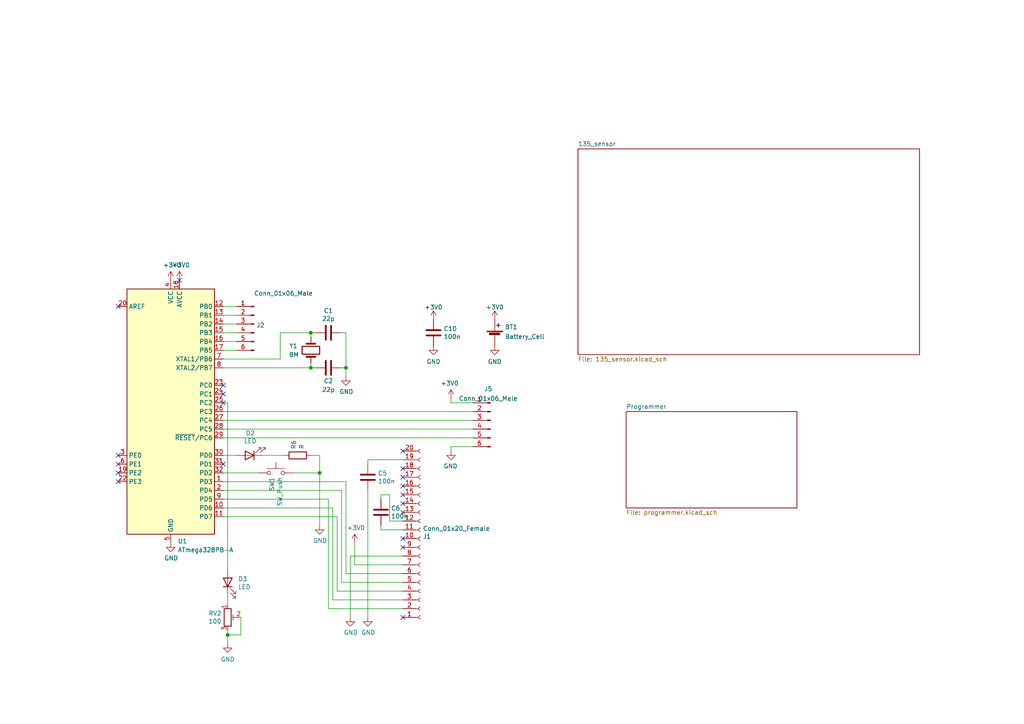
<source format=kicad_sch>
(kicad_sch (version 20250114) (generator "eeschema") (generator_version "9.0")
  (paper "A4")
  (lib_symbols
    (symbol "Connector:Conn_01x06_Male" (pin_names (offset 1.016) (hide yes))
      (property "Reference" "J" (at 0 7.62 0))
      (property "Value" "Conn_01x06_Male" (at 0 -10.16 0))
      (symbol "Conn_01x06_Male_1_1"
        (rectangle (start 0.8636 5.207) (end 0 4.953) (stroke (width 0.1524)) (fill (type outline)))
        (rectangle (start 0.8636 2.667) (end 0 2.413) (stroke (width 0.1524)) (fill (type outline)))
        (rectangle (start 0.8636 0.127) (end 0 -0.127) (stroke (width 0.1524)) (fill (type outline)))
        (rectangle (start 0.8636 -2.413) (end 0 -2.667) (stroke (width 0.1524)) (fill (type outline)))
        (rectangle (start 0.8636 -4.953) (end 0 -5.207) (stroke (width 0.1524)) (fill (type outline)))
        (rectangle (start 0.8636 -7.493) (end 0 -7.747) (stroke (width 0.1524)) (fill (type outline)))
        (polyline (pts (xy 1.27 5.08) (xy 0.8636 5.08)) (stroke (width 0.1524)))
        (polyline (pts (xy 1.27 2.54) (xy 0.8636 2.54)) (stroke (width 0.1524)))
        (polyline (pts (xy 1.27 0) (xy 0.8636 0)) (stroke (width 0.1524)))
        (polyline (pts (xy 1.27 -2.54) (xy 0.8636 -2.54)) (stroke (width 0.1524)))
        (polyline (pts (xy 1.27 -5.08) (xy 0.8636 -5.08)) (stroke (width 0.1524)))
        (polyline (pts (xy 1.27 -7.62) (xy 0.8636 -7.62)) (stroke (width 0.1524)))
        (pin passive line (at 5.08 5.08 180) (length 3.81) (name "Pin_1") (number "1"))
        (pin passive line (at 5.08 2.54 180) (length 3.81) (name "Pin_2") (number "2"))
        (pin passive line (at 5.08 0 180) (length 3.81) (name "Pin_3") (number "3"))
        (pin passive line (at 5.08 -2.54 180) (length 3.81) (name "Pin_4") (number "4"))
        (pin passive line (at 5.08 -5.08 180) (length 3.81) (name "Pin_5") (number "5"))
        (pin passive line (at 5.08 -7.62 180) (length 3.81) (name "Pin_6") (number "6"))
      )
    )
    (symbol "Connector:Conn_01x20_Female" (pin_names (offset 1.016) (hide yes))
      (property "Reference" "J" (at 0 25.4 0))
      (property "Value" "Conn_01x20_Female" (at 0 -27.94 0))
      (symbol "Conn_01x20_Female_1_1"
        (polyline (pts (xy -1.27 22.86) (xy -0.508 22.86)) (stroke (width 0.1524)))
        (polyline (pts (xy -1.27 20.32) (xy -0.508 20.32)) (stroke (width 0.1524)))
        (polyline (pts (xy -1.27 17.78) (xy -0.508 17.78)) (stroke (width 0.1524)))
        (polyline (pts (xy -1.27 15.24) (xy -0.508 15.24)) (stroke (width 0.1524)))
        (polyline (pts (xy -1.27 12.7) (xy -0.508 12.7)) (stroke (width 0.1524)))
        (polyline (pts (xy -1.27 10.16) (xy -0.508 10.16)) (stroke (width 0.1524)))
        (polyline (pts (xy -1.27 7.62) (xy -0.508 7.62)) (stroke (width 0.1524)))
        (polyline (pts (xy -1.27 5.08) (xy -0.508 5.08)) (stroke (width 0.1524)))
        (polyline (pts (xy -1.27 2.54) (xy -0.508 2.54)) (stroke (width 0.1524)))
        (polyline (pts (xy -1.27 0) (xy -0.508 0)) (stroke (width 0.1524)))
        (polyline (pts (xy -1.27 -2.54) (xy -0.508 -2.54)) (stroke (width 0.1524)))
        (polyline (pts (xy -1.27 -5.08) (xy -0.508 -5.08)) (stroke (width 0.1524)))
        (polyline (pts (xy -1.27 -7.62) (xy -0.508 -7.62)) (stroke (width 0.1524)))
        (polyline (pts (xy -1.27 -10.16) (xy -0.508 -10.16)) (stroke (width 0.1524)))
        (polyline (pts (xy -1.27 -12.7) (xy -0.508 -12.7)) (stroke (width 0.1524)))
        (polyline (pts (xy -1.27 -15.24) (xy -0.508 -15.24)) (stroke (width 0.1524)))
        (polyline (pts (xy -1.27 -17.78) (xy -0.508 -17.78)) (stroke (width 0.1524)))
        (polyline (pts (xy -1.27 -20.32) (xy -0.508 -20.32)) (stroke (width 0.1524)))
        (polyline (pts (xy -1.27 -22.86) (xy -0.508 -22.86)) (stroke (width 0.1524)))
        (polyline (pts (xy -1.27 -25.4) (xy -0.508 -25.4)) (stroke (width 0.1524)))
        (arc (start 0 22.352) (mid -0.5058 22.86) (end 0 23.368) (stroke (width 0.1524)))
        (arc (start 0 19.812) (mid -0.5058 20.32) (end 0 20.828) (stroke (width 0.1524)))
        (arc (start 0 17.272) (mid -0.5058 17.78) (end 0 18.288) (stroke (width 0.1524)))
        (arc (start 0 14.732) (mid -0.5058 15.24) (end 0 15.748) (stroke (width 0.1524)))
        (arc (start 0 12.192) (mid -0.5058 12.7) (end 0 13.208) (stroke (width 0.1524)))
        (arc (start 0 9.652) (mid -0.5058 10.16) (end 0 10.668) (stroke (width 0.1524)))
        (arc (start 0 7.112) (mid -0.5058 7.62) (end 0 8.128) (stroke (width 0.1524)))
        (arc (start 0 4.572) (mid -0.5058 5.08) (end 0 5.588) (stroke (width 0.1524)))
        (arc (start 0 2.032) (mid -0.5058 2.54) (end 0 3.048) (stroke (width 0.1524)))
        (arc (start 0 -0.508) (mid -0.5058 0) (end 0 0.508) (stroke (width 0.1524)))
        (arc (start 0 -3.048) (mid -0.5058 -2.54) (end 0 -2.032) (stroke (width 0.1524)))
        (arc (start 0 -5.588) (mid -0.5058 -5.08) (end 0 -4.572) (stroke (width 0.1524)))
        (arc (start 0 -8.128) (mid -0.5058 -7.62) (end 0 -7.112) (stroke (width 0.1524)))
        (arc (start 0 -10.668) (mid -0.5058 -10.16) (end 0 -9.652) (stroke (width 0.1524)))
        (arc (start 0 -13.208) (mid -0.5058 -12.7) (end 0 -12.192) (stroke (width 0.1524)))
        (arc (start 0 -15.748) (mid -0.5058 -15.24) (end 0 -14.732) (stroke (width 0.1524)))
        (arc (start 0 -18.288) (mid -0.5058 -17.78) (end 0 -17.272) (stroke (width 0.1524)))
        (arc (start 0 -20.828) (mid -0.5058 -20.32) (end 0 -19.812) (stroke (width 0.1524)))
        (arc (start 0 -23.368) (mid -0.5058 -22.86) (end 0 -22.352) (stroke (width 0.1524)))
        (arc (start 0 -25.908) (mid -0.5058 -25.4) (end 0 -24.892) (stroke (width 0.1524)))
        (pin passive line (at -5.08 22.86 0) (length 3.81) (name "Pin_1") (number "1"))
        (pin passive line (at -5.08 20.32 0) (length 3.81) (name "Pin_2") (number "2"))
        (pin passive line (at -5.08 17.78 0) (length 3.81) (name "Pin_3") (number "3"))
        (pin passive line (at -5.08 15.24 0) (length 3.81) (name "Pin_4") (number "4"))
        (pin passive line (at -5.08 12.7 0) (length 3.81) (name "Pin_5") (number "5"))
        (pin passive line (at -5.08 10.16 0) (length 3.81) (name "Pin_6") (number "6"))
        (pin passive line (at -5.08 7.62 0) (length 3.81) (name "Pin_7") (number "7"))
        (pin passive line (at -5.08 5.08 0) (length 3.81) (name "Pin_8") (number "8"))
        (pin passive line (at -5.08 2.54 0) (length 3.81) (name "Pin_9") (number "9"))
        (pin passive line (at -5.08 0 0) (length 3.81) (name "Pin_10") (number "10"))
        (pin passive line (at -5.08 -2.54 0) (length 3.81) (name "Pin_11") (number "11"))
        (pin passive line (at -5.08 -5.08 0) (length 3.81) (name "Pin_12") (number "12"))
        (pin passive line (at -5.08 -7.62 0) (length 3.81) (name "Pin_13") (number "13"))
        (pin passive line (at -5.08 -10.16 0) (length 3.81) (name "Pin_14") (number "14"))
        (pin passive line (at -5.08 -12.7 0) (length 3.81) (name "Pin_15") (number "15"))
        (pin passive line (at -5.08 -15.24 0) (length 3.81) (name "Pin_16") (number "16"))
        (pin passive line (at -5.08 -17.78 0) (length 3.81) (name "Pin_17") (number "17"))
        (pin passive line (at -5.08 -20.32 0) (length 3.81) (name "Pin_18") (number "18"))
        (pin passive line (at -5.08 -22.86 0) (length 3.81) (name "Pin_19") (number "19"))
        (pin passive line (at -5.08 -25.4 0) (length 3.81) (name "Pin_20") (number "20"))
      )
    )
    (symbol "Device:Battery_Cell" (pin_numbers (hide yes)) (pin_names (offset 0) (hide yes))
      (property "Reference" "BT" (at 2.54 2.54 0))
      (property "Value" "Battery_Cell" (at 2.54 0 0))
      (symbol "Battery_Cell_0_1"
        (rectangle (start -2.286 1.778) (end 2.286 1.524) (fill (type outline)))
        (rectangle (start -1.5748 1.1938) (end 1.4732 0.6858) (fill (type outline)))
        (polyline (pts (xy 0 1.778) (xy 0 2.54)))
        (polyline (pts (xy 0 0.762) (xy 0 0)))
        (polyline (pts (xy 0.508 3.429) (xy 1.524 3.429)) (stroke (width 0.254)))
        (polyline (pts (xy 1.016 3.937) (xy 1.016 2.921)) (stroke (width 0.254)))
      )
      (symbol "Battery_Cell_1_1"
        (pin passive line (at 0 5.08 270) (length 2.54) (name "+") (number "1"))
        (pin passive line (at 0 -2.54 90) (length 2.54) (name "-") (number "2"))
      )
    )
    (symbol "Device:C" (pin_numbers (hide yes)) (pin_names (offset 0.254))
      (property "Reference" "C" (at 0.635 2.54 0))
      (property "Value" "C" (at 0.635 -2.54 0))
      (symbol "C_0_1"
        (polyline (pts (xy -2.032 0.762) (xy 2.032 0.762)) (stroke (width 0.508)))
        (polyline (pts (xy -2.032 -0.762) (xy 2.032 -0.762)) (stroke (width 0.508)))
      )
      (symbol "C_1_1"
        (pin passive line (at 0 3.81 270) (length 2.794) (name "~") (number "1"))
        (pin passive line (at 0 -3.81 90) (length 2.794) (name "~") (number "2"))
      )
    )
    (symbol "Device:Crystal" (pin_numbers (hide yes)) (pin_names (offset 1.016) (hide yes))
      (property "Reference" "Y" (at 0 3.81 0))
      (property "Value" "Crystal" (at 0 -3.81 0))
      (symbol "Crystal_0_1"
        (polyline (pts (xy -2.54 0) (xy -1.905 0)))
        (polyline (pts (xy -1.905 -1.27) (xy -1.905 1.27)) (stroke (width 0.508)))
        (rectangle (start -1.143 2.54) (end 1.143 -2.54) (stroke (width 0.3048)))
        (polyline (pts (xy 1.905 -1.27) (xy 1.905 1.27)) (stroke (width 0.508)))
        (polyline (pts (xy 2.54 0) (xy 1.905 0)))
      )
      (symbol "Crystal_1_1"
        (pin passive line (at -3.81 0 0) (length 1.27) (name "1") (number "1"))
        (pin passive line (at 3.81 0 180) (length 1.27) (name "2") (number "2"))
      )
    )
    (symbol "Device:LED" (pin_numbers (hide yes)) (pin_names (offset 1.016) (hide yes))
      (property "Reference" "D" (at 0 2.54 0))
      (property "Value" "LED" (at 0 -2.54 0))
      (symbol "LED_0_1"
        (polyline (pts (xy -3.048 -0.762) (xy -4.572 -2.286) (xy -3.81 -2.286) (xy -4.572 -2.286) (xy -4.572 -1.524)))
        (polyline (pts (xy -1.778 -0.762) (xy -3.302 -2.286) (xy -2.54 -2.286) (xy -3.302 -2.286) (xy -3.302 -1.524)))
        (polyline (pts (xy -1.27 0) (xy 1.27 0)))
        (polyline (pts (xy -1.27 -1.27) (xy -1.27 1.27)) (stroke (width 0.254)))
        (polyline (pts (xy 1.27 -1.27) (xy 1.27 1.27) (xy -1.27 0) (xy 1.27 -1.27)) (stroke (width 0.254)))
      )
      (symbol "LED_1_1"
        (pin passive line (at -3.81 0 0) (length 2.54) (name "K") (number "1"))
        (pin passive line (at 3.81 0 180) (length 2.54) (name "A") (number "2"))
      )
    )
    (symbol "Device:R" (pin_numbers (hide yes)) (pin_names (offset 0))
      (property "Reference" "R" (at 2.032 0 90))
      (property "Value" "R" (at 0 0 90))
      (symbol "R_0_1"
        (rectangle (start -1.016 -2.54) (end 1.016 2.54) (stroke (width 0.254)))
      )
      (symbol "R_1_1"
        (pin passive line (at 0 3.81 270) (length 1.27) (name "~") (number "1"))
        (pin passive line (at 0 -3.81 90) (length 1.27) (name "~") (number "2"))
      )
    )
    (symbol "Device:R_POT_TRIM" (pin_names (offset 1.016) (hide yes))
      (property "Reference" "RV" (at -4.445 0 90))
      (property "Value" "Device_R_POT_TRIM" (at -2.54 0 90))
      (symbol "R_POT_TRIM_0_1"
        (rectangle (start 1.016 2.54) (end -1.016 -2.54) (stroke (width 0.254)))
        (polyline (pts (xy 1.524 0.762) (xy 1.524 -0.762)))
        (polyline (pts (xy 2.54 0) (xy 1.524 0)))
      )
      (symbol "R_POT_TRIM_1_1"
        (pin passive line (at 0 3.81 270) (length 1.27) (name "1") (number "1"))
        (pin passive line (at 0 -3.81 90) (length 1.27) (name "3") (number "3"))
        (pin passive line (at 3.81 0 180) (length 1.27) (name "2") (number "2"))
      )
    )
    (symbol "MCU_Microchip_ATmega:ATmega328PB-A"
      (property "Reference" "U" (at -12.7 36.83 0))
      (property "Value" "ATmega328PB-A" (at 2.54 -36.83 0))
      (symbol "ATmega328PB-A_0_1"
        (rectangle (start -12.7 -35.56) (end 12.7 35.56) (stroke (width 0.254)) (fill (type background)))
      )
      (symbol "ATmega328PB-A_1_1"
        (pin passive line (at -15.24 30.48 0) (length 2.54) (name "AREF") (number "20"))
        (pin bidirectional line (at -15.24 -12.7 0) (length 2.54) (name "PE0") (number "3"))
        (pin bidirectional line (at -15.24 -15.24 0) (length 2.54) (name "PE1") (number "6"))
        (pin bidirectional line (at -15.24 -17.78 0) (length 2.54) (name "PE2") (number "19"))
        (pin bidirectional line (at -15.24 -20.32 0) (length 2.54) (name "PE3") (number "22"))
        (pin power_in line (at 0 38.1 270) (length 2.54) (name "VCC") (number "4"))
        (pin passive line (at 0 -38.1 90) (length 2.54) (hide yes) (name "GND") (number "21"))
        (pin power_in line (at 0 -38.1 90) (length 2.54) (name "GND") (number "5"))
        (pin power_in line (at 2.54 38.1 270) (length 2.54) (name "AVCC") (number "18"))
        (pin bidirectional line (at 15.24 30.48 180) (length 2.54) (name "PB0") (number "12"))
        (pin bidirectional line (at 15.24 27.94 180) (length 2.54) (name "PB1") (number "13"))
        (pin bidirectional line (at 15.24 25.4 180) (length 2.54) (name "PB2") (number "14"))
        (pin bidirectional line (at 15.24 22.86 180) (length 2.54) (name "PB3") (number "15"))
        (pin bidirectional line (at 15.24 20.32 180) (length 2.54) (name "PB4") (number "16"))
        (pin bidirectional line (at 15.24 17.78 180) (length 2.54) (name "PB5") (number "17"))
        (pin bidirectional line (at 15.24 15.24 180) (length 2.54) (name "XTAL1/PB6") (number "7"))
        (pin bidirectional line (at 15.24 12.7 180) (length 2.54) (name "XTAL2/PB7") (number "8"))
        (pin bidirectional line (at 15.24 7.62 180) (length 2.54) (name "PC0") (number "23"))
        (pin bidirectional line (at 15.24 5.08 180) (length 2.54) (name "PC1") (number "24"))
        (pin bidirectional line (at 15.24 2.54 180) (length 2.54) (name "PC2") (number "25"))
        (pin bidirectional line (at 15.24 0 180) (length 2.54) (name "PC3") (number "26"))
        (pin bidirectional line (at 15.24 -2.54 180) (length 2.54) (name "PC4") (number "27"))
        (pin bidirectional line (at 15.24 -5.08 180) (length 2.54) (name "PC5") (number "28"))
        (pin bidirectional line (at 15.24 -7.62 180) (length 2.54) (name "~{RESET}/PC6") (number "29"))
        (pin bidirectional line (at 15.24 -12.7 180) (length 2.54) (name "PD0") (number "30"))
        (pin bidirectional line (at 15.24 -15.24 180) (length 2.54) (name "PD1") (number "31"))
        (pin bidirectional line (at 15.24 -17.78 180) (length 2.54) (name "PD2") (number "32"))
        (pin bidirectional line (at 15.24 -20.32 180) (length 2.54) (name "PD3") (number "1"))
        (pin bidirectional line (at 15.24 -22.86 180) (length 2.54) (name "PD4") (number "2"))
        (pin bidirectional line (at 15.24 -25.4 180) (length 2.54) (name "PD5") (number "9"))
        (pin bidirectional line (at 15.24 -27.94 180) (length 2.54) (name "PD6") (number "10"))
        (pin bidirectional line (at 15.24 -30.48 180) (length 2.54) (name "PD7") (number "11"))
      )
    )
    (symbol "Switch:SW_Push" (pin_numbers (hide yes)) (pin_names (offset 1.016) (hide yes))
      (property "Reference" "SW" (at 1.27 2.54 0))
      (property "Value" "SW_Push" (at 0 -1.524 0))
      (symbol "SW_Push_0_1"
        (circle (center -2.032 0) (radius 0.508))
        (polyline (pts (xy 0 1.27) (xy 0 3.048)))
        (circle (center 2.032 0) (radius 0.508))
        (polyline (pts (xy 2.54 1.27) (xy -2.54 1.27)))
        (pin passive line (at -5.08 0 0) (length 2.54) (name "1") (number "1"))
        (pin passive line (at 5.08 0 180) (length 2.54) (name "2") (number "2"))
      )
    )
    (symbol "power:+3V0" (power) (pin_names (offset 0))
      (property "Value" "+3V0" (at 0 3.556 0))
      (symbol "+3V0_0_1"
        (polyline (pts (xy -0.762 1.27) (xy 0 2.54)))
        (polyline (pts (xy 0 2.54) (xy 0.762 1.27)))
        (polyline (pts (xy 0 0) (xy 0 2.54)))
      )
      (symbol "+3V0_1_1"
        (pin power_in line (at 0 0 90) (length 0) (hide yes) (name "+3V0") (number "1"))
      )
    )
    (symbol "power:GND" (power) (pin_names (offset 0))
      (property "Value" "GND" (at 0 -3.81 0))
      (symbol "GND_0_1"
        (polyline (pts (xy 0 0) (xy 0 -1.27) (xy 1.27 -1.27) (xy 0 -2.54) (xy -1.27 -1.27) (xy 0 -1.27)))
      )
      (symbol "GND_1_1"
        (pin power_in line (at 0 0 270) (length 0) (hide yes) (name "GND") (number "1"))
      )
    )
  )
  (junction (at 100.33 106.68))
  (junction (at 90.17 96.52))
  (junction (at 66.04 184.15))
  (junction (at 92.71 137.16))
  (junction (at 90.17 106.68))
  (no_connect (at 116.84 148.59))
  (no_connect (at 116.84 143.51))
  (no_connect (at 64.77 116.84))
  (no_connect (at 116.84 138.43))
  (no_connect (at 64.77 114.3))
  (no_connect (at 116.84 179.07))
  (no_connect (at 116.84 130.81))
  (no_connect (at 34.29 134.62))
  (no_connect (at 116.84 140.97))
  (no_connect (at 116.84 146.05))
  (no_connect (at 34.29 139.7))
  (no_connect (at 34.29 137.16))
  (no_connect (at 34.29 88.9))
  (no_connect (at 64.77 134.62))
  (no_connect (at 116.84 156.21))
  (no_connect (at 52.07 81.28))
  (no_connect (at 116.84 135.89))
  (no_connect (at 34.29 132.08))
  (no_connect (at 116.84 158.75))
  (no_connect (at 64.77 111.76))
  (wire (pts (xy 64.77 106.68) (xy 90.17 106.68)))
  (wire (pts (xy 97.79 171.45) (xy 116.84 171.45)))
  (wire (pts (xy 100.33 166.37) (xy 116.84 166.37)))
  (wire (pts (xy 100.33 96.52) (xy 99.06 96.52)))
  (wire (pts (xy 64.77 139.7) (xy 100.33 139.7)))
  (wire (pts (xy 64.77 149.86) (xy 97.79 149.86)))
  (wire (pts (xy 130.81 116.84) (xy 130.81 115.57)))
  (wire (pts (xy 102.87 157.48) (xy 102.87 163.83)))
  (wire (pts (xy 66.04 172.72) (xy 66.04 175.26)))
  (wire (pts (xy 110.49 153.67) (xy 116.84 153.67)))
  (wire (pts (xy 66.04 116.84) (xy 66.04 165.1)))
  (wire (pts (xy 106.68 133.35) (xy 116.84 133.35)))
  (wire (pts (xy 100.33 106.68) (xy 100.33 109.22)))
  (wire (pts (xy 137.16 116.84) (xy 130.81 116.84)))
  (wire (pts (xy 81.28 96.52) (xy 90.17 96.52)))
  (wire (pts (xy 64.77 88.9) (xy 68.58 88.9)))
  (wire (pts (xy 76.2 132.08) (xy 82.55 132.08)))
  (wire (pts (xy 113.03 143.51) (xy 110.49 143.51)))
  (wire (pts (xy 64.77 119.38) (xy 137.16 119.38)))
  (wire (pts (xy 101.6 161.29) (xy 116.84 161.29)))
  (wire (pts (xy 100.33 106.68) (xy 100.33 96.52)))
  (wire (pts (xy 95.25 176.53) (xy 116.84 176.53)))
  (wire (pts (xy 81.28 104.14) (xy 64.77 104.14)))
  (wire (pts (xy 113.03 151.13) (xy 113.03 143.51)))
  (wire (pts (xy 64.77 132.08) (xy 68.58 132.08)))
  (wire (pts (xy 64.77 121.92) (xy 137.16 121.92)))
  (wire (pts (xy 64.77 147.32) (xy 96.52 147.32)))
  (wire (pts (xy 91.44 96.52) (xy 90.17 96.52)))
  (wire (pts (xy 116.84 151.13) (xy 113.03 151.13)))
  (wire (pts (xy 137.16 129.54) (xy 130.81 129.54)))
  (wire (pts (xy 90.17 105.41) (xy 90.17 106.68)))
  (wire (pts (xy 69.85 184.15) (xy 66.04 184.15)))
  (wire (pts (xy 99.06 106.68) (xy 100.33 106.68)))
  (wire (pts (xy 96.52 173.99) (xy 116.84 173.99)))
  (wire (pts (xy 64.77 96.52) (xy 68.58 96.52)))
  (wire (pts (xy 106.68 142.24) (xy 106.68 179.07)))
  (wire (pts (xy 64.77 137.16) (xy 74.93 137.16)))
  (wire (pts (xy 99.06 168.91) (xy 116.84 168.91)))
  (wire (pts (xy 110.49 152.4) (xy 110.49 153.67)))
  (wire (pts (xy 106.68 134.62) (xy 106.68 133.35)))
  (wire (pts (xy 64.77 127) (xy 137.16 127)))
  (wire (pts (xy 99.06 142.24) (xy 99.06 168.91)))
  (wire (pts (xy 66.04 184.15) (xy 66.04 186.69)))
  (wire (pts (xy 64.77 93.98) (xy 68.58 93.98)))
  (wire (pts (xy 96.52 147.32) (xy 96.52 173.99)))
  (wire (pts (xy 66.04 182.88) (xy 66.04 184.15)))
  (wire (pts (xy 64.77 142.24) (xy 99.06 142.24)))
  (wire (pts (xy 110.49 143.51) (xy 110.49 144.78)))
  (wire (pts (xy 81.28 96.52) (xy 81.28 104.14)))
  (wire (pts (xy 64.77 101.6) (xy 68.58 101.6)))
  (wire (pts (xy 69.85 179.07) (xy 69.85 184.15)))
  (wire (pts (xy 102.87 163.83) (xy 116.84 163.83)))
  (wire (pts (xy 92.71 137.16) (xy 92.71 152.4)))
  (wire (pts (xy 92.71 132.08) (xy 92.71 137.16)))
  (wire (pts (xy 90.17 96.52) (xy 90.17 97.79)))
  (wire (pts (xy 100.33 139.7) (xy 100.33 166.37)))
  (wire (pts (xy 97.79 149.86) (xy 97.79 171.45)))
  (wire (pts (xy 64.77 144.78) (xy 95.25 144.78)))
  (wire (pts (xy 90.17 106.68) (xy 91.44 106.68)))
  (wire (pts (xy 64.77 99.06) (xy 68.58 99.06)))
  (wire (pts (xy 130.81 129.54) (xy 130.81 130.81)))
  (wire (pts (xy 85.09 137.16) (xy 92.71 137.16)))
  (wire (pts (xy 95.25 144.78) (xy 95.25 176.53)))
  (wire (pts (xy 101.6 161.29) (xy 101.6 179.07)))
  (wire (pts (xy 64.77 91.44) (xy 68.58 91.44)))
  (wire (pts (xy 90.17 132.08) (xy 92.71 132.08)))
  (wire (pts (xy 64.77 116.84) (xy 66.04 116.84)))
  (wire (pts (xy 64.77 124.46) (xy 137.16 124.46)))
  (symbol (lib_id "power:GND") (at 49.53 157.48 0) (unit 1)
    (property "Reference" "#PWR02" (effects (hide yes)))
    (property "Value" "GND" (at 49.657 161.8742 0))
  )
  (symbol (lib_id "power:+3V0") (at 49.53 81.28 0) (unit 1)
    (property "Reference" "#PWR01" (effects (hide yes)))
    (property "Value" "+3V0" (at 49.911 76.8858 0))
  )
  (symbol (lib_id "Device:Crystal") (at 90.17 101.6 270) (unit 1)
    (property "Reference" "Y1" (at 83.82 100.33 90) (effects (justify left)))
    (property "Value" "8M" (at 83.82 102.87 90) (effects (justify left)))
    (property "Footprint" "Crystal:Crystal_SMD_HC49-SD" (effects (hide yes)))
  )
  (symbol (lib_id "Device:C") (at 95.25 96.52 270) (unit 1)
    (property "Reference" "C1" (at 95.25 90.1192 90))
    (property "Value" "22p" (at 95.25 92.4306 90))
    (property "Footprint" "Capacitor_SMD:C_0805_2012Metric_Pad1.18x1.45mm_HandSolder" (effects (hide yes)))
  )
  (symbol (lib_id "Device:C") (at 95.25 106.68 270) (unit 1)
    (property "Reference" "C2" (at 95.25 110.49 90))
    (property "Value" "22p" (at 95.25 113.03 90))
    (property "Footprint" "Capacitor_SMD:C_0805_2012Metric_Pad1.18x1.45mm_HandSolder" (effects (hide yes)))
  )
  (symbol (lib_id "power:GND") (at 100.33 109.22 0) (unit 1)
    (property "Reference" "#PWR03" (effects (hide yes)))
    (property "Value" "GND" (at 100.457 113.6142 0))
  )
  (symbol (lib_id "Connector:Conn_01x20_Female") (at 121.92 156.21 0) (mirror x) (unit 1)
    (property "Reference" "J1" (at 122.6312 155.6004 0) (effects (justify left)))
    (property "Value" "Conn_01x20_Female" (at 122.6312 153.289 0) (effects (justify left)))
    (property "Footprint" "Connector_FFC-FPC:Hirose_FH12-20S-0.5SH_1x20-1MP_P0.50mm_Horizontal" (effects (hide yes)))
  )
  (symbol (lib_id "Device:C") (at 106.68 138.43 0) (unit 1)
    (property "Reference" "C5" (at 109.601 137.2616 0) (effects (justify left)))
    (property "Value" "100n" (at 109.601 139.573 0) (effects (justify left)))
    (property "Footprint" "Capacitor_SMD:C_1206_3216Metric_Pad1.33x1.80mm_HandSolder" (effects (hide yes)))
  )
  (symbol (lib_id "power:GND") (at 106.68 179.07 0) (unit 1)
    (property "Reference" "#PWR07" (effects (hide yes)))
    (property "Value" "GND" (at 106.807 183.4642 0))
  )
  (symbol (lib_id "power:GND") (at 101.6 179.07 0) (unit 1)
    (property "Reference" "#PWR05" (effects (hide yes)))
    (property "Value" "GND" (at 101.727 183.4642 0))
  )
  (symbol (lib_id "power:+3V0") (at 102.87 157.48 0) (unit 1)
    (property "Reference" "#PWR06" (effects (hide yes)))
    (property "Value" "+3V0" (at 103.251 153.0858 0))
  )
  (symbol (lib_id "Device:C") (at 110.49 148.59 0) (unit 1)
    (property "Reference" "C6" (at 113.411 147.4216 0) (effects (justify left)))
    (property "Value" "100n" (at 113.411 149.733 0) (effects (justify left)))
    (property "Footprint" "Capacitor_SMD:C_1206_3216Metric_Pad1.33x1.80mm_HandSolder" (effects (hide yes)))
  )
  (symbol (lib_id "Device:R") (at 86.36 132.08 90) (unit 1)
    (property "Reference" "R6" (at 85.1916 130.302 0) (effects (justify left)))
    (property "Value" "R" (at 87.503 130.302 0) (effects (justify left)))
    (property "Footprint" "Resistor_SMD:R_0805_2012Metric_Pad1.20x1.40mm_HandSolder" (effects (hide yes)))
  )
  (symbol (lib_id "Device:LED") (at 72.39 132.08 180) (unit 1)
    (property "Reference" "D2" (at 72.5678 125.603 0))
    (property "Value" "LED" (at 72.5678 127.9144 0))
    (property "Footprint" "LED_SMD:LED_0603_1608Metric_Pad1.05x0.95mm_HandSolder" (effects (hide yes)))
  )
  (symbol (lib_id "power:GND") (at 92.71 152.4 0) (unit 1)
    (property "Reference" "#PWR08" (effects (hide yes)))
    (property "Value" "GND" (at 92.837 156.7942 0))
  )
  (symbol (lib_id "Switch:SW_Push") (at 80.01 137.16 0) (mirror y) (unit 1)
    (property "Reference" "SW1" (at 78.8416 138.3792 90) (effects (justify right)))
    (property "Value" "SW_Push" (at 81.153 138.3792 90) (effects (justify right)))
    (property "Footprint" "Button_Switch_SMD:SW_SPST_TL3305A" (effects (hide yes)))
  )
  (symbol (lib_id "Device:LED") (at 66.04 168.91 90) (unit 1)
    (property "Reference" "D3" (at 69.0372 167.9194 90) (effects (justify right)))
    (property "Value" "LED" (at 69.0372 170.2308 90) (effects (justify right)))
    (property "Footprint" "display:DEM_128064N" (effects (hide yes)))
  )
  (symbol (lib_id "Device:R_POT_TRIM") (at 66.04 179.07 0) (unit 1)
    (property "Reference" "RV2" (at 64.262 177.9016 0) (effects (justify right)))
    (property "Value" "100" (at 64.262 180.213 0) (effects (justify right)))
    (property "Footprint" "Potentiometer_SMD:Potentiometer_Vishay_TS53YL_Vertical" (effects (hide yes)))
  )
  (symbol (lib_id "power:+3V0") (at 130.81 115.57 0) (mirror y) (unit 1)
    (property "Reference" "#PWR09" (effects (hide yes)))
    (property "Value" "+3V0" (at 130.429 111.1758 0))
  )
  (symbol (lib_id "power:+3V0") (at 52.07 81.28 0) (unit 1)
    (property "Reference" "#PWR011" (effects (hide yes)))
    (property "Value" "+3V0" (at 52.451 76.8858 0))
  )
  (symbol (lib_id "Connector:Conn_01x06_Male") (at 142.24 121.92 0) (mirror y) (unit 1)
    (property "Reference" "J5" (at 141.605 112.7973 0))
    (property "Value" "Conn_01x06_Male" (at 141.605 115.5724 0))
    (property "Footprint" "Connector_PinHeader_1.27mm:PinHeader_1x06_P1.27mm_Vertical" (effects (hide yes)))
  )
  (symbol (lib_id "power:GND") (at 130.81 130.81 0) (mirror y) (unit 1)
    (property "Reference" "#PWR010" (effects (hide yes)))
    (property "Value" "GND" (at 130.683 135.2042 0))
  )
  (symbol (lib_id "MCU_Microchip_ATmega:ATmega328PB-A") (at 49.53 119.38 0) (unit 1)
    (property "Reference" "U1" (at 51.5494 156.9704 0) (effects (justify left)))
    (property "Value" "ATmega328PB-A" (at 51.5494 159.5073 0) (effects (justify left)))
    (property "Footprint" "Package_QFP:TQFP-32_7x7mm_P0.8mm" (effects (hide yes)))
    (property "Datasheet" "http://ww1.microchip.com/downloads/en/DeviceDoc/40001906C.pdf" (effects (hide yes)))
  )
  (symbol (lib_id "Device:Battery_Cell") (at 143.51 97.79 0) (unit 1)
    (property "Reference" "BT1" (at 146.431 94.8495 0) (effects (justify left)))
    (property "Value" "Battery_Cell" (at 146.431 97.6246 0) (effects (justify left)))
    (property "Footprint" "Battery:BatteryHolder_Keystone_3002_1x2032" (effects (hide yes)))
  )
  (symbol (lib_id "power:GND") (at 66.04 186.69 0) (unit 1)
    (property "Reference" "#PWR012" (effects (hide yes)))
    (property "Value" "GND" (at 66.04 191.2525 0))
  )
  (symbol (lib_id "power:GND") (at 143.51 100.33 0) (unit 1)
    (property "Reference" "#PWR0107" (effects (hide yes)))
    (property "Value" "GND" (at 143.51 104.8925 0))
  )
  (symbol (lib_id "power:+3V0") (at 143.51 92.71 0) (unit 1)
    (property "Reference" "#PWR0106" (effects (hide yes)))
    (property "Value" "+3V0" (at 143.51 89.1055 0))
  )
  (symbol (lib_id "Device:C") (at 125.73 96.52 0) (unit 1)
    (property "Reference" "C10" (at 128.651 95.3516 0) (effects (justify left)))
    (property "Value" "100n" (at 128.651 97.663 0) (effects (justify left)))
    (property "Footprint" "Capacitor_SMD:C_1206_3216Metric_Pad1.33x1.80mm_HandSolder" (effects (hide yes)))
  )
  (symbol (lib_id "power:GND") (at 125.73 100.33 0) (unit 1)
    (property "Reference" "#PWR047" (effects (hide yes)))
    (property "Value" "GND" (at 125.73 104.8925 0))
  )
  (symbol (lib_id "Connector:Conn_01x06_Male") (at 73.66 93.98 0) (mirror y) (unit 1)
    (property "Reference" "J2" (at 74.3712 94.3415 0) (effects (justify right)))
    (property "Value" "Conn_01x06_Male" (at 73.66 85.09 0) (effects (justify right)))
    (property "Footprint" "Connector_PinHeader_1.27mm:PinHeader_1x06_P1.27mm_Vertical" (effects (hide yes)))
  )
  (symbol (lib_id "power:+3V0") (at 125.73 92.71 0) (unit 1)
    (property "Reference" "#PWR046" (effects (hide yes)))
    (property "Value" "+3V0" (at 125.73 89.1055 0))
  )
  (sheet (at 167.64 43.18) (size 99.06 59.69) (stroke (width 0.1524))
    (property "Sheetname" "135_sensor" (at 167.64 42.4684 0) (effects (justify left bottom)))
    (property "Sheetfile" "135_sensor.kicad_sch" (at 167.64 103.4546 0) (effects (justify left top)))
  )
  (sheet (at 181.61 119.38) (size 49.53 27.94) (stroke (width 0.1524))
    (property "Sheetname" "Programmer" (at 181.61 118.6684 0) (effects (justify left bottom)))
    (property "Sheetfile" "programmer.kicad_sch" (at 181.61 147.9046 0) (effects (justify left top)))
  )
)
</source>
